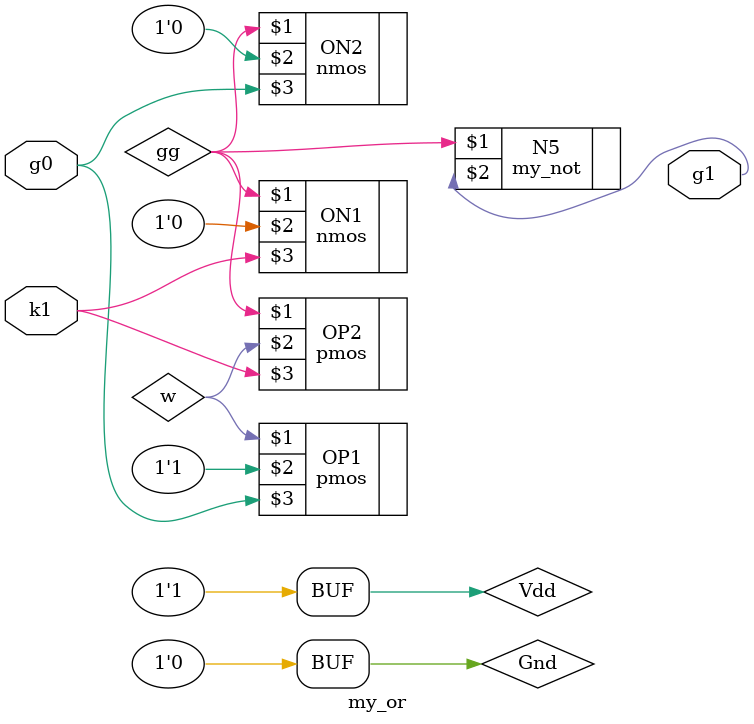
<source format=v>
`timescale 1ns/1ns
module my_or(input k1,g0, output g1);
	supply1 Vdd;
	supply0 Gnd;
	wire w, gg;

	pmos #(5,6,7) OP1(w, Vdd, g0);
	pmos #(5,6,7) OP2(gg, w, k1);
	nmos #(3,4,5) ON1(gg, Gnd, k1);
	nmos #(3,4,5) ON2(gg, Gnd, g0);
	my_not N5(gg, g1);

endmodule
</source>
